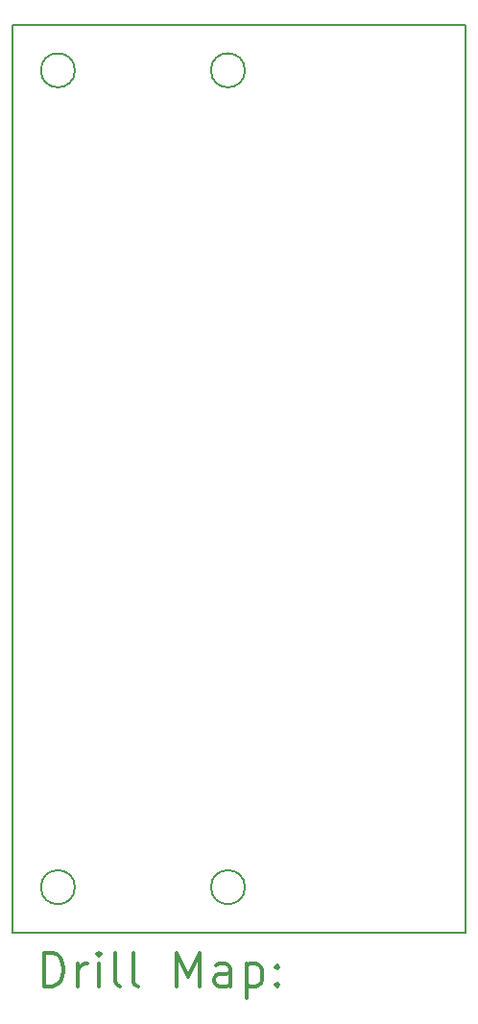
<source format=gbr>
%FSLAX45Y45*%
G04 Gerber Fmt 4.5, Leading zero omitted, Abs format (unit mm)*
G04 Created by KiCad (PCBNEW (5.0.0-rc2-dev-632-g76d3b6f04)) date 11/25/18 05:16:47*
%MOMM*%
%LPD*%
G01*
G04 APERTURE LIST*
%ADD10C,0.150000*%
%ADD11C,0.200000*%
%ADD12C,0.300000*%
G04 APERTURE END LIST*
D10*
X14550000Y-13600000D02*
G75*
G03X14550000Y-13600000I-150000J0D01*
G01*
X14550000Y-6400000D02*
G75*
G03X14550000Y-6400000I-150000J0D01*
G01*
X13050000Y-6400000D02*
G75*
G03X13050000Y-6400000I-150000J0D01*
G01*
X13050000Y-13600000D02*
G75*
G03X13050000Y-13600000I-150000J0D01*
G01*
D11*
X12500000Y-14000000D02*
X16500000Y-14000000D01*
X12500000Y-6000000D02*
X12500000Y-14000000D01*
X13000000Y-6000000D02*
X12500000Y-6000000D01*
X15850000Y-6000000D02*
X13000000Y-6000000D01*
X16500000Y-6000000D02*
X15850000Y-6000000D01*
X16500000Y-14000000D02*
X16500000Y-6000000D01*
D11*
D12*
X12776428Y-14475714D02*
X12776428Y-14175714D01*
X12847857Y-14175714D01*
X12890714Y-14190000D01*
X12919286Y-14218571D01*
X12933571Y-14247143D01*
X12947857Y-14304286D01*
X12947857Y-14347143D01*
X12933571Y-14404286D01*
X12919286Y-14432857D01*
X12890714Y-14461429D01*
X12847857Y-14475714D01*
X12776428Y-14475714D01*
X13076428Y-14475714D02*
X13076428Y-14275714D01*
X13076428Y-14332857D02*
X13090714Y-14304286D01*
X13105000Y-14290000D01*
X13133571Y-14275714D01*
X13162143Y-14275714D01*
X13262143Y-14475714D02*
X13262143Y-14275714D01*
X13262143Y-14175714D02*
X13247857Y-14190000D01*
X13262143Y-14204286D01*
X13276428Y-14190000D01*
X13262143Y-14175714D01*
X13262143Y-14204286D01*
X13447857Y-14475714D02*
X13419286Y-14461429D01*
X13405000Y-14432857D01*
X13405000Y-14175714D01*
X13605000Y-14475714D02*
X13576428Y-14461429D01*
X13562143Y-14432857D01*
X13562143Y-14175714D01*
X13947857Y-14475714D02*
X13947857Y-14175714D01*
X14047857Y-14390000D01*
X14147857Y-14175714D01*
X14147857Y-14475714D01*
X14419286Y-14475714D02*
X14419286Y-14318571D01*
X14405000Y-14290000D01*
X14376428Y-14275714D01*
X14319286Y-14275714D01*
X14290714Y-14290000D01*
X14419286Y-14461429D02*
X14390714Y-14475714D01*
X14319286Y-14475714D01*
X14290714Y-14461429D01*
X14276428Y-14432857D01*
X14276428Y-14404286D01*
X14290714Y-14375714D01*
X14319286Y-14361429D01*
X14390714Y-14361429D01*
X14419286Y-14347143D01*
X14562143Y-14275714D02*
X14562143Y-14575714D01*
X14562143Y-14290000D02*
X14590714Y-14275714D01*
X14647857Y-14275714D01*
X14676428Y-14290000D01*
X14690714Y-14304286D01*
X14705000Y-14332857D01*
X14705000Y-14418571D01*
X14690714Y-14447143D01*
X14676428Y-14461429D01*
X14647857Y-14475714D01*
X14590714Y-14475714D01*
X14562143Y-14461429D01*
X14833571Y-14447143D02*
X14847857Y-14461429D01*
X14833571Y-14475714D01*
X14819286Y-14461429D01*
X14833571Y-14447143D01*
X14833571Y-14475714D01*
X14833571Y-14290000D02*
X14847857Y-14304286D01*
X14833571Y-14318571D01*
X14819286Y-14304286D01*
X14833571Y-14290000D01*
X14833571Y-14318571D01*
M02*

</source>
